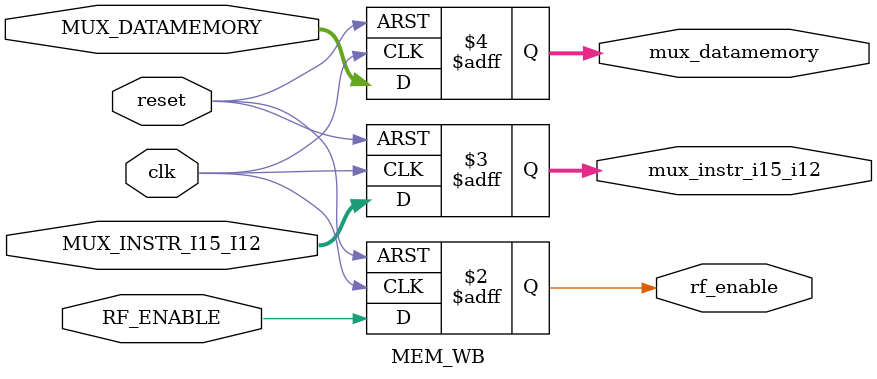
<source format=v>


module Binary_Decoder ( 
  input [3:0] I,        //input of 4 bits
  input LE,             //Load Enable of 1 bit
  output reg [15:0] O   //output of 16 bits
  );

  always @(*) begin
    if (LE == 1'b1) begin // When Load Enables is 1, it enables the corresponding one
          case (I)
              4'b0000: O = 16'b0000000000000001; 
              4'b0001: O = 16'b0000000000000010; 
              4'b0010: O = 16'b0000000000000100; 
              4'b0011: O = 16'b0000000000001000; 
              4'b0100: O = 16'b0000000000010000; 
              4'b0101: O = 16'b0000000000100000; 
              4'b0110: O = 16'b0000000001000000; 
              4'b0111: O = 16'b0000000010000000; 
              4'b1000: O = 16'b0000000100000000; 
              4'b1001: O = 16'b0000001000000000; 
              4'b1010: O = 16'b0000010000000000; 
              4'b1011: O = 16'b0000100000000000; 
              4'b1100: O = 16'b0001000000000000; 
              4'b1101: O = 16'b0010000000000000; 
              4'b1110: O = 16'b0100000000000000; 
              4'b1111: O = 16'b1000000000000000; 
          
      endcase
      end else 
          O = 16'b0000000000000000;  // If Load Enable is 0, disable all registers
  end    
endmodule

module Register (
  output reg [31:0] O, 
  input [31:0] PW,       // data to be written
  input LE, Clk         //Load enable and Clock
);
    
  always @ (posedge Clk)
    if (LE) 
      O = PW;           // Load data if LE is 1
  
endmodule

// Selects one of 16 32-bit inputs based on the 4-bit select signal
module Mux_RF (
  output reg [31:0] Z,
  input [3:0] S,
  input [31:0] r0, r1, r2, r3, r4, r5, r6, r7, r8, r9, r10, r11, r12, r13, r14, r15
);
  
  always @ (*)
    begin
    case(S)         // Selects the registers form RO to R15(Program Counter)
    4'b0000: Z = r0;
    4'b0001: Z = r1;
    4'b0010: Z = r2;
    4'b0011: Z = r3;
    4'b0100: Z = r4;
    4'b0101: Z = r5;
    4'b0110: Z = r6;
    4'b0111: Z = r7;
    4'b1000: Z = r8;
    4'b1001: Z = r9;
    4'b1010: Z = r10;
    4'b1011: Z = r11;
    4'b1100: Z = r12;
    4'b1101: Z = r13;
    4'b1110: Z = r14;
    4'b1111: Z = r15; 
 	
    endcase
    end
endmodule

module Three_port_register_file (
  input [3:0] RA, RB, RD, RW,   // registers of 4 bits
  input [31:0] PW,              // Data to be written
  input [31:0] PC,              // value stored in R15
  input Clk, LE,                // Clock and Load Enable
  output [31:0] PA, PB, PD     // Register output values
);

  wire [31:0] R0, R1, R2, R3, R4, R5, R6, R7, R8, R9, R10, R11, R12, R13, R14, R15;
  wire [15:0] O;

  // Instantiate the Binary Decoder
  Binary_Decoder BD (RW, LE, O);

  // Instantiate Registers
  Register Regis0 (R0, PW, O[0], Clk);
  Register Regis1 (R1, PW, O[1], Clk);
  Register Regis2 (R2, PW, O[2], Clk);
  Register Regis3 (R3, PW, O[3], Clk);
  Register Regis4 (R4, PW, O[4], Clk);
  Register Regis5 (R5, PW, O[5], Clk);
  Register Regis6 (R6, PW, O[6], Clk);
  Register Regis7 (R7, PW, O[7], Clk);
  Register Regis8 (R8, PW, O[8], Clk);
  Register Regis9 (R9, PW, O[9], Clk);
  Register Regis10 (R10, PW, O[10], Clk);
  Register Regis11 (R11, PW, O[11], Clk);
  Register Regis12 (R12, PW, O[12], Clk);
  Register Regis13 (R13, PW, O[13], Clk);
  Register Regis14 (R14, PW, O[14], Clk);
  Register Regis15 (R15, PC, 1'b1, Clk);

  // Instantiate Multiplexers for outputs
  Mux_RF MUX1 (PA, RA, R0, R1, R2, R3, R4, R5, R6, R7, R8, R9, R10, R11, R12, R13, R14, R15);
  Mux_RF MUX2 (PB, RB, R0, R1, R2, R3, R4, R5, R6, R7, R8, R9, R10, R11, R12, R13, R14, R15);
  Mux_RF MUX3 (PD, RD, R0, R1, R2, R3, R4, R5, R6, R7, R8, R9, R10, R11, R12, R13, R14, R15);

endmodule

module MUX_PA (
    input [31:0] pa, jump_EX_pa, jump_MEM_pa, jump_WB_pa,
    input [1:0] S_PA,
    output reg [31:0] rf_pa  // Changed to reg for assignment in procedural block
);

always @(*) begin
    case (S_PA)
        2'b00: rf_pa = pa;
        2'b01: rf_pa = jump_EX_pa;
        2'b10: rf_pa = jump_MEM_pa;
        2'b11: rf_pa = jump_WB_pa;
    endcase
end

endmodule

module MUX_PB (
    input [31:0] pb, jump_EX_pb, jump_MEM_pb, jump_WB_pb,
    input [1:0] S_PB,
    output reg [31:0] rf_pb  // Changed to reg
);
always @(*) begin
    case (S_PB)
        2'b00: rf_pb = pb;
        2'b01: rf_pb = jump_EX_pb;
        2'b10: rf_pb = jump_MEM_pb;
        2'b11: rf_pb = jump_WB_pb;
    endcase
end

endmodule

module MUX_PD (
    input [31:0] pd, jump_EX_pd, jump_MEM_pd, jump_WB_pd,
    input [1:0] S_PD,
    output reg [31:0] rf_pd  // Changed to reg
);
always @(*) begin
    case (S_PD)
        2'b00: rf_pd = pd;
        2'b01: rf_pd = jump_EX_pd;
        2'b10: rf_pd = jump_MEM_pd;
        2'b11: rf_pd = jump_WB_pd;
    endcase
end

endmodule

module MUX_I15_I12 (
    input [3:0] inst_I15_I12, 
    input BL_out,
    output reg [3:0] result  // Changed to reg
);
always @(*) begin
    case (BL_out)
        1'b0: result = 4'b1110;
        1'b1: result = inst_I15_I12;
    endcase
end

endmodule

module MUX_CC (
    input N,Z,C,V,
    input [3:0] Flag_out,
    input SIG_store_cc, //selector
    output reg [3:0] ConditionCodes  // Changed to reg
);
always @(*) begin
    case (SIG_store_cc)
        1'b0: ConditionCodes = {N,Z,C,V}; // show this to professor, is this in order?
        1'b1: ConditionCodes = Flag_out;
    endcase
end

endmodule

module SUM_RF (
    input [31:0] instr_SE,
    input [31:0] nextpc,
    output reg [31:0] TA  // Changed to reg
);
always @(*) begin
    TA = instr_SE + nextpc;
end

endmodule

module MUX_RFenable (
    input       id_rf_e,
    input       s_rfenable,
    output reg  out_rf_enable  // Changed to reg
);
always @(*) begin
    case (s_rfenable)
        1'b0: out_rf_enable = id_rf_e;
        1'b1: out_rf_enable = 1'b1;
    endcase
end

endmodule

module X4_SE(
    input [23:0] instr_I23_I0,  // Input 24-bit signal
    output reg [31:0] instr_SE // Output 32-bit sign-extended signal
);

    reg [31:0] sign_extended;  // Intermediate sign-extended signal
    reg [31:0] multiplied_value; // Result after multiplication by 4

    always @(*) begin
        // Perform sign extension from 24 bits to 32 bits
        sign_extended = {{8{instr_I23_I0[23]}}, instr_I23_I0};

        // Multiply the sign-extended value by 4
        multiplied_value = sign_extended << 2;

        // Assign the result to the output
        instr_SE = multiplied_value;
    end
endmodule


module Data_Memory_RAM (
    output reg [31:0] data_out, 
    input [7:0] address, 
    input [31:0] data_in, 
    input size, 
    input rw, 
    input enable
    );

  // Memory array "Mem" to hold 256 bytes, each element is 8 bits
  reg [7:0] Mem [0:255];

  // Always block to handle both read and write operations
  always @(*) begin
    // Check the condition for read or write operation
    if (rw == 0) begin  // Read operation if rw  =0 then check for size
      if (size == 0) begin  // If size =0 returns a  the 32-bit value
        data_out <= {24'b0, Mem[address]};  // Return a 32-bit value with only the least significant byte little endian
      end else if (size == 1) begin  // Read a word (4 bytes)
        data_out <= {Mem[address], Mem[address+1], Mem[address+2], Mem[address+3]};  // Return 4 consecutive bytes
      end
    end else if (rw == 1 && enable == 1) begin  // Write operation
      if (size == 0) begin  // Write a single byte
        Mem[address] <= data_in[7:0];  // Write only the least significant byte of data_in
      end else if (size == 1) begin  // Write a word (4 bytes)
        Mem[address] <= data_in[31:24];      // Write the most significant byte
        Mem[address+1] <= data_in[23:16];    // Write the next byte
        Mem[address+2] <= data_in[15:8];     // Write the next byte
        Mem[address+3] <= data_in[7:0];      // Write the least significant byte
      end
    end
  end

endmodule

module MUX_DataMemory(
    input [31:0] Addr,        
    input [31:0] DataOut,    
    input Sel,               
    output reg [31:0] MuxOut 
);

    always @(*) begin
        if (Sel)
            MuxOut = DataOut;  // Select DataOut when Sel = 1
        else
            MuxOut = Addr;  // Zero-extend Addr to 32 bits when Sel = 0
    end

endmodule

module MUX_Fetch (
    input [31:0] SUMOUT,        
    input [31:0] TA,         
    input Sel,               
    output reg [31:0] MuxOut  
);

    always @(*) begin
        if (Sel)
            MuxOut = TA;    // Select In2 when Sel = 1
        else
            MuxOut = SUMOUT;    
    end

endmodule

module ALU (
    input [31:0] A, B,
    input [3:0] alu_op,
    input C_IN,
    output reg [31:0] result,
    output reg N, Z, C, V
);
    always @(*) begin
        case (alu_op)
            4'b0000: result = A & B; // AND
            4'b0001: result = A | B; // OR
            4'b0010: {C, result} = A - B; // SUB with carry out
            4'b0011: {C, result} = A + B; // ADD with carry out
            default: result = 32'b0;
        endcase
        N = result[31];
        Z = (result == 32'b0);
        V = ((A[31] == B[31]) && (result[31] != A[31]));
    end
endmodule


module MUX_ALU (
    input [31:0] alu_result,
    input [31:0] Next_PC,
    input BL_OUT,

    output reg [31:0] DM_address
);
    always @(*) begin
        if (BL_OUT)
            DM_address = Next_PC;    
        else
            DM_address = alu_result;    //check if can caught an issue due to having different bit sizes 
    end
endmodule

module PSR (
 input STORE_CC,
 input Z_in,C_in,N_in,V_in,
 output reg Z_out,N_out,C_out,V_out //Z, N, C, V
);
always @(*) begin
  if(STORE_CC) begin
    Z_out <= Z_in;
    N_out <= N_in;
    C_out <= C_in;
    V_out <= V_in;
  end
end
endmodule




module ConditionHandler(
  input ID_BL_instr,
  input ID_B_instr,
  input Z,
  input N,
  input C,
  input V,
  input [3:0] Condition,
  output reg EX_BL_instr, 
  output reg Branched
);
always @(*) begin 
  EX_BL_instr = 0;
  Branched = 0;

  if(ID_B_instr) begin
  case (Condition) 
      4'b0000: begin
        if(Z) begin
          Branched = 1;
        end
      end
      4'b0001: begin
        if(!Z) begin
          Branched = 1;
        end
      end
      4'b0010: begin
        if(C) begin
          Branched = 1;
        end
      end
      4'b0011: begin
        if(!C) begin
          Branched = 1;
        end
      end
      4'b0100: begin
        if(N) begin
          Branched = 1;
        end
      end
      4'b0101: begin
        if(!N) begin
          Branched = 1;
        end
      end
      4'b0110: begin
      if(V) begin
          Branched = 1;
      end
      end
      4'b0111: begin
      if(!V) begin
          Branched = 1;
      end
      end
      4'b1000: begin
      if(C & !Z) begin
          Branched = 1;
      end
      end
      4'b1001: begin
      if(!C || Z) begin
          Branched = 1;
      end
      end
      4'b1010: begin
        if(N == V) begin
          Branched = 1;
      end
      end
      4'b1011: begin
        if(!N == V) begin
          Branched = 1;
      end
      end
      4'b1100: begin
        if(Z == 0 & N == V) begin
          Branched = 1;
      end
      end
      4'b1101: begin
        if(Z == 1 || N == !V) begin
          Branched = 1;
      	end   
      end
    
    endcase
  end
         
   else if(ID_BL_instr) begin
  	case (Condition) 
      4'b0000: begin
        if(Z) begin
          Branched = 1;
          EX_BL_instr = 1;
        end
      end
      4'b0001: begin
        if(!Z) begin
          Branched = 1;
          EX_BL_instr = 1;          
        end
      end
      4'b0010: begin
        if(C) begin
          Branched = 1;
          EX_BL_instr = 1;
        end
      end
      4'b0011: begin
        if(!C) begin
          Branched = 1;
          EX_BL_instr = 1;

        end
      end
      4'b0100: begin
        if(N) begin
          Branched = 1;
          EX_BL_instr = 1;

        end
      end
      4'b0101: begin
        if(!N) begin
          Branched = 1;
          EX_BL_instr = 1;

        end
      end
      4'b0110: begin
      if(V) begin
          Branched = 1;
          EX_BL_instr = 1;

      end
      end
      4'b0111: begin
      if(!V) begin
          Branched = 1;
          EX_BL_instr = 1;

      end
      end
      4'b1000: begin
      if(C & !Z) begin
          Branched = 1;
          EX_BL_instr = 1;
	  	end
      end
      4'b1001: begin
      if(!C || Z) begin
          Branched = 1;
          EX_BL_instr = 1;
      	end
      end
      4'b1010: begin
        if(N == V) begin
          Branched = 1;
          EX_BL_instr = 1;
      	end
      end
      4'b1011: begin
        if(!N == V) begin
          Branched = 1;
          EX_BL_instr = 1;
    	end
      end
      4'b1100: begin
        if(Z == 0 & N == V) begin
          Branched = 1;
          EX_BL_instr = 1;
      	end
      end
      4'b1101: begin
        if(Z == 1 || N == !V) begin
          Branched = 1;
          EX_BL_instr = 1;
      	end
      end 
    endcase
    end
  end
endmodule

module ARM_Shifter (
    input [31:0] Rm,            // Input register Rm
    input [11:0] I,             // Immediate value
    input [1:0] AM,             // Addressing Mode
    output reg [31:0] N         // Output
);

always @(*) begin
    case (AM)
        2'b00: N = ({24'b0, I[7:0]} >> (2 * I[11:8])) | ({24'b0, I[7:0]} << (32 - 2 * I[11:8]));  // Rotate right
        2'b01: N = Rm;  // Pass Rm value
        2'b10: N = {20'b0, I};  // Zero extend I[11:0]
        2'b11: begin  // Addressing Mode 11: Shift Rm based on I[11:7]
            case (I[6:5])
                2'b00: N = Rm << I[11:7];  // Logical Shift Left (LSL)
                2'b01: N = Rm >> I[11:7];  // Logical Shift Right (LSR)
                2'b10: N = $signed(Rm) >>> I[11:7];  // Arithmetic Shift Right (ASR)
                2'b11: N = {Rm, Rm} >> I[11:7];  // Rotate Right (ROR)
                default: N = 32'b0; // Default case for safety
            endcase
        end
        default: N = 32'b0; // Default output
    endcase
end

endmodule

module HazardUnit(
    input EX_RF_enable, MEM_RF_enable, WB_RF_enable,    // Register File Enable signals
    input [31:0] EX_Rd, MEM_Rd, WB_Rd,                   // Destination registers in each stage
    input [3:0] ID_Rm, ID_Rn, ID_Rd,                    // Source registers in the ID stage
    input EX_Load,                                      // Load instruction signal in EX stage
    input ID_Store,                                     // Store instruction signal in ID stage
    output reg PC_Enable, IF_IF_Enable,                 // Control signals for stalling
    output reg [1:0] forward_Rm, forward_Rn, forward_Rd, forward_Rg,
    output reg [31:0] NOP_EX                            // NOP signal for EX stage
);

    // Default values to prevent latches
    always @(*) begin
        PC_Enable = 1'b1;
        IF_IF_Enable = 1'b1;
        NOP_EX = 32'b0;
        forward_Rm = 2'b00;
        forward_Rn = 2'b00;
        forward_Rd = 2'b00;
        forward_Rg = 2'b00;

        // Forwarding logic
        // Forwarding for Rm
        if (EX_RF_enable && (ID_Rm == EX_Rd))
            forward_Rm = 2'b01; // Forward from EX stage
        else if (MEM_RF_enable && (ID_Rm == MEM_Rd))
            forward_Rm = 2'b10; // Forward from MEM stage
        else if (WB_RF_enable && (ID_Rm == WB_Rd))
            forward_Rm = 2'b11; // Forward from WB stage

        // Forwarding for Rn
        if (EX_RF_enable && (ID_Rn == EX_Rd))
            forward_Rn = 2'b01; // Forward from EX stage
        else if (MEM_RF_enable && (ID_Rn == MEM_Rd))
            forward_Rn = 2'b10; // Forward from MEM stage
        else if (WB_RF_enable && (ID_Rn == WB_Rd))
            forward_Rn = 2'b11; // Forward from WB stage


            // Forwarding for Rg
        if (EX_RF_enable && (ID_Rd == EX_Rd))
            forward_Rg = 2'b01; // Forward from EX stage
        else if (MEM_RF_enable && (ID_Rd == MEM_Rd))
            forward_Rg = 2'b10; // Forward from MEM stage
        else if (WB_RF_enable && (ID_Rd == WB_Rd))
            forward_Rg = 2'b11; // Forward from WB stage


        // Forwarding for Rd (only if it's a store instruction)
        if (ID_Store) begin
            if (EX_RF_enable && (ID_Rd == EX_Rd))
                forward_Rd = 2'b01; // Forward from EX stage
            else if (MEM_RF_enable && (ID_Rd == MEM_Rd))
                forward_Rd = 2'b10; // Forward from MEM stage
            else if (WB_RF_enable && (ID_Rd == WB_Rd))
                forward_Rd = 2'b11; // Forward from WB stage
        end

        // Load hazard detection and stalling
        if (EX_Load) begin
            if ((ID_Rm == EX_Rd) || (ID_Rn == EX_Rd) || (ID_Rd == EX_Rd)) begin
                PC_Enable = 1'b0;        // Stall PC update
                IF_IF_Enable = 1'b0;    // Stall IF/ID pipeline register
                NOP_EX = 32'b0;         // Insert NOP in EX stage
            end
        end
    end
endmodule



//------------------------PHASE 3 MODULES -----------------------------
module ControlUnit(
  input [31:0] instruction,
  output reg [3:0] ALU_OP,
  output reg ID_LOAD,
  output reg ID_MEM_WRITE,
  output reg [1:0] ID_AM,
  output reg STORE_CC,
  output reg ID_B,
  output reg ID_BL,
  output reg ID_MEM_SIZE,
  output reg ID_MEM_E,
  output reg RF_E
);

always @(*) begin
    // Reset control signals by default or for NOP instructions
    ALU_OP = 4'b0000;
    ID_LOAD = 0;
    ID_MEM_WRITE = 0;
    ID_AM = 2'b00;
    STORE_CC = 0;
    ID_B = 0;
    ID_BL = 0;
    ID_MEM_SIZE = 0;
    ID_MEM_E = 0;
    RF_E = 0;

    if (instruction != 32'b00000000000000000000000000000000) begin
        // Assign control signals based on instruction
        ALU_OP = instruction[24:21];
        ID_LOAD = instruction[20];
        ID_MEM_WRITE = instruction[21];
        ID_AM = instruction[26:25];
        STORE_CC = instruction[20];
        ID_B = instruction[24];
        ID_BL = instruction[27];
        ID_MEM_SIZE = instruction[22];
        ID_MEM_E = instruction[23];
        RF_E = instruction[19];
    end
end    
endmodule

module Multiplexer (
  output reg id_load, id_mem_write, store_cc, id_b, id_bl, id_mem_size, id_mem_e, rf_e,
  output reg [3:0] alu_op,
  output reg [1:0] id_am,
  input S,
  input [3:0] ALU_OP,
  input ID_LOAD, ID_MEM_WRITE, STORE_CC, ID_B, ID_BL, ID_MEM_SIZE, ID_MEM_E, RF_E,
  input [1:0] ID_AM
);

  always @ (*) begin
    if (S == 1'b0) begin
      id_load = ID_LOAD;
      id_mem_write = ID_MEM_WRITE;
      store_cc = STORE_CC;
      id_b = ID_B;
      id_bl = ID_BL;
      id_mem_size = ID_MEM_SIZE;
      id_mem_e = ID_MEM_E;
      rf_e = RF_E;
      id_am = ID_AM;
      alu_op = ALU_OP;
    end else begin
      id_load = 0;
      id_mem_write = 0;
      store_cc = 0;
      id_b = 0;
      id_bl = 0;
      id_mem_size = 0;
      id_mem_e = 0;
      rf_e = 0;
      id_am = 2'b00;
      alu_op = 4'b0000;
    end
  end
endmodule
module Instruction_Memory_ROM (output reg [31:0] I, input [7:0] A);
  
  // Variable I - Instruction(output) of 32-bit
  // Variable A = Address(intput) of 8-bit
  
  // Variable Mem = memory holds 256 bytes as an array 
  reg [7:0] Mem [0:255];

    // Preload the memory with the content inside the file
   

    // Always reads the instruction from memory
  always @(A) begin
      I <= {Mem[A], Mem[A+1], Mem[A+2], Mem[A+3]};
    end

endmodule

module PC (
  input clk,                // Clock signal
  input reset,              // Reset signal to initialize PC to 0
  input E,                  // Enable signal for updating PC
  input [31:0] next_pc,      // 8-bit external incremented PC input
  output reg [31:0] pc       // 8-bit Program Counter
);

  always @(posedge clk or posedge reset) begin
    if (reset)
      pc <= 32'b0;               // Reset PC to 0
    else if (E)
      pc <= next_pc;            // Update PC from external adder result
  end
endmodule

module adder (
  input [31:0] pc,       // 8-bit input address
  output [31:0] PC        // 8-bit output result (address + 4)
);

  assign PC = pc + 32'd4;  // Increment address by 4
endmodule

module IF_ID (
    input E,
    input reset,
    input clk,
    input [31:0] instr_in,
    input [31:0] next_pc,

    output reg [31:0] instr_out,
    output reg [23:0] instr_i23_i0,    // added output signals
    output reg [31:0] Next_PC,
    output reg [3:0] instr_i3_i0,
    output reg [3:0] instr_i19_i16,
    output reg [3:0] instr_i31_i28,
    output reg [11:0] instr_i11_i0,
    output reg [3:0] instr_i15_i12

);
    always @(posedge clk or posedge reset) begin
        if (reset) begin
            instr_out <= 32'b0;
            instr_i23_i0 <=24'b0;
            Next_PC <=32'b0;
            instr_i3_i0 <= 4'b0;
            instr_i19_i16 <= 4'b0;
            instr_i31_i28 <= 4'b0;
            instr_i11_i0 <= 12'b0;
            instr_i15_i12 <=4'b0;


        end else if (E) begin
            instr_out <= instr_in;
            Next_PC <= next_pc;
            instr_i3_i0 <= instr_in[3:0];
            instr_i19_i16 <= instr_in[19:16];
            instr_i31_i28 <= instr_in[31:28];
            instr_i11_i0 <= instr_in[11:0];
            instr_i15_i12 <=instr_in[15:12];
        end
    end
endmodule

module ID_EX (
    input clk,
    input reset,
    input [3:0] ID_ALU_OP,
    input ID_LOAD,
    input ID_MEM_WRITE,
    input ID_MEM_SIZE,
    input ID_MEM_ENABLE,
    input [1:0] ID_AM,
    input STORE_CC,
    input RF_ENABLE,
    input BL_OUT,                   //added connections
    input [31:0] NEXT_PC,
    input [31:0] MUX_PA,
    input [31:0] MUX_PB,
    input [31:0] MUX_PD,
    input [3:0]  MUX_INSTR_I15_I12,
    input [11:0] INSTR_I11_I0,      // finished added connection

    output reg [3:0] id_alu_op,
    output reg id_load,
    output reg id_mem_write,
    output reg id_mem_size,
    output reg id_mem_enable,
    output reg [1:0] id_am,
    output reg store_cc,
    output reg rf_enable,
    output reg bl_out,              //added connections
    output reg [31:0] next_pc,
    output reg [31:0] mux_pa,
    output reg [31:0] mux_pb,
    output reg [31:0] mux_pd,
    output reg [3:0]  mux_instr_i15_i12,
    output reg [11:0] instr_i11_i0  // finished added connection
);
    always @(posedge clk or posedge reset) begin
        if (reset) begin
            id_alu_op <= 4'b0;
            id_load <= 0;
            id_mem_write <= 0;
            id_mem_size <= 0;
            id_mem_enable <= 0;
            id_am <= 2'b0;
            store_cc <= 0;
            rf_enable <= 0;
            bl_out <= 0;              //added connections
            next_pc <= 32'b0;
            mux_pa <= 32'b0;
            mux_pb <= 32'b0;
            mux_pd <= 32'b0;
            mux_instr_i15_i12 <= 4'b0;
            instr_i11_i0 <= 12'b0;    // finished added connection
        end else begin
            id_alu_op <= ID_ALU_OP;
            id_load <= ID_LOAD;
            id_mem_write <= ID_MEM_WRITE;
            id_mem_size <= ID_MEM_SIZE;
            id_mem_enable <= ID_MEM_ENABLE;
            id_am <= ID_AM;
            store_cc <= STORE_CC;
            rf_enable <= RF_ENABLE;
            bl_out <= BL_OUT;              //added connections
            next_pc <= NEXT_PC;
            mux_pa <= MUX_PA;
            mux_pb <= MUX_PB;
            mux_pd <= MUX_PD;
            mux_instr_i15_i12 <= MUX_INSTR_I15_I12;
            instr_i11_i0 <= INSTR_I11_I0;    // finished added connection
        end
    end
endmodule

module EX_MEM(
    input               clk,
    input               reset,
    input               ID_LOAD,
    input               ID_MEM_WRITE,
    input               ID_MEM_SIZE,
    input               ID_MEM_ENABLE,
    input               RF_ENABLE,
    input [31:0]        MUX_PD,
    input [31:0]         DM_ADDRESS,
    input [3:0]         MUX_INSTR_I15_I12,

    output reg          id_load,
    output reg          id_mem_size,
    output reg          id_mem_write,
    output reg          id_mem_enable,
    output reg          rf_enable,
    output reg [31:0]   mux_pd,
    output reg [31:0]    dm_address,
    output reg [3:0]    mux_instr_i15_i12
);
    always @(posedge clk or posedge reset) begin
        if (reset) begin
            id_load <= 0;
            id_mem_write <= 0;
            id_mem_size <= 0;
            id_mem_enable <= 0;
            rf_enable <= 0;
            mux_pd <= 32'b0;
            dm_address <= 32'b0;
            mux_instr_i15_i12 <= 4'b0;
        end else begin
            id_load <= ID_LOAD;
            id_mem_write <= ID_MEM_WRITE;
            id_mem_size <= ID_MEM_SIZE;
            id_mem_enable <= ID_MEM_ENABLE;
            rf_enable <= RF_ENABLE;
            mux_pd <= MUX_PD;
            dm_address <= DM_ADDRESS;
            mux_instr_i15_i12 <= MUX_INSTR_I15_I12;
        end
    end
endmodule

module MEM_WB (
    input clk,
    input reset,
    input RF_ENABLE,
    input [31:0] MUX_DATAMEMORY,
    input [3:0] MUX_INSTR_I15_I12,
    output reg rf_enable,
    output reg [3:0] mux_instr_i15_i12,
    output reg [31:0] mux_datamemory
);
    always @(posedge clk or posedge reset) begin
        if (reset) begin
            rf_enable <= 0;
            mux_instr_i15_i12 <= 4'b0;
            mux_datamemory <= 32'b0;
        end else begin
            rf_enable <= RF_ENABLE;
            mux_instr_i15_i12 <= MUX_INSTR_I15_I12;
            mux_datamemory <= MUX_DATAMEMORY;
        end
    end
endmodule

</source>
